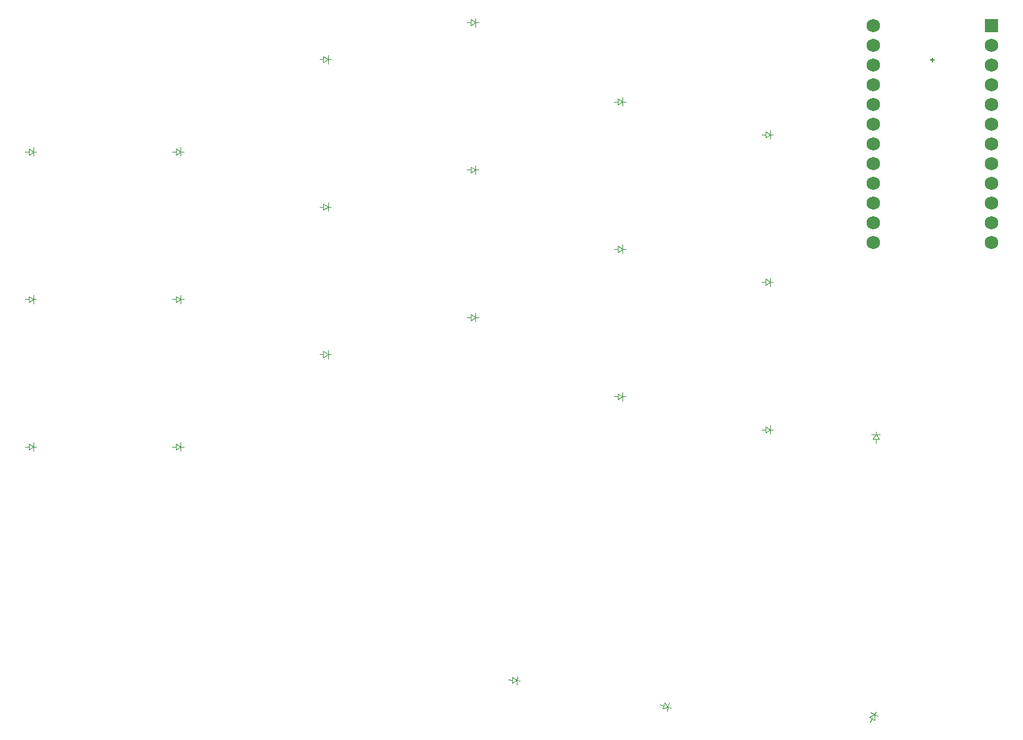
<source format=gbr>
%TF.GenerationSoftware,KiCad,Pcbnew,7.0.10*%
%TF.CreationDate,2024-02-08T10:53:14-05:00*%
%TF.ProjectId,kestrel,6b657374-7265-46c2-9e6b-696361645f70,v1.0.0*%
%TF.SameCoordinates,Original*%
%TF.FileFunction,Legend,Bot*%
%TF.FilePolarity,Positive*%
%FSLAX46Y46*%
G04 Gerber Fmt 4.6, Leading zero omitted, Abs format (unit mm)*
G04 Created by KiCad (PCBNEW 7.0.10) date 2024-02-08 10:53:14*
%MOMM*%
%LPD*%
G01*
G04 APERTURE LIST*
%ADD10C,0.100000*%
%ADD11C,0.150000*%
%ADD12R,1.752600X1.752600*%
%ADD13C,1.752600*%
G04 APERTURE END LIST*
D10*
%TO.C,D13*%
X218338000Y-147976000D02*
X217938000Y-147976000D01*
X217938000Y-147976000D02*
X217938000Y-148526000D01*
X217938000Y-147976000D02*
X217938000Y-147426000D01*
X217938000Y-147976000D02*
X217338000Y-148376000D01*
X217338000Y-148376000D02*
X217338000Y-147576000D01*
X217338000Y-147976000D02*
X216838000Y-147976000D01*
X217338000Y-147576000D02*
X217938000Y-147976000D01*
%TO.C,D14*%
X218338000Y-128976000D02*
X217938000Y-128976000D01*
X217938000Y-128976000D02*
X217938000Y-129526000D01*
X217938000Y-128976000D02*
X217938000Y-128426000D01*
X217938000Y-128976000D02*
X217338000Y-129376000D01*
X217338000Y-129376000D02*
X217338000Y-128576000D01*
X217338000Y-128976000D02*
X216838000Y-128976000D01*
X217338000Y-128576000D02*
X217938000Y-128976000D01*
%TO.C,D19*%
X204686523Y-184576146D02*
X204288045Y-184541284D01*
X204288045Y-184541284D02*
X204240109Y-185089191D01*
X204288045Y-184541284D02*
X204335981Y-183993376D01*
X204288045Y-184541284D02*
X203655466Y-184887468D01*
X203655466Y-184887468D02*
X203725191Y-184090512D01*
X203690328Y-184488990D02*
X203192231Y-184445412D01*
X203725191Y-184090512D02*
X204288045Y-184541284D01*
%TO.C,D7*%
X180338000Y-142536000D02*
X179938000Y-142536000D01*
X179938000Y-142536000D02*
X179938000Y-143086000D01*
X179938000Y-142536000D02*
X179938000Y-141986000D01*
X179938000Y-142536000D02*
X179338000Y-142936000D01*
X179338000Y-142936000D02*
X179338000Y-142136000D01*
X179338000Y-142536000D02*
X178838000Y-142536000D01*
X179338000Y-142136000D02*
X179938000Y-142536000D01*
%TO.C,D18*%
X237338000Y-114226000D02*
X236938000Y-114226000D01*
X236938000Y-114226000D02*
X236938000Y-114776000D01*
X236938000Y-114226000D02*
X236938000Y-113676000D01*
X236938000Y-114226000D02*
X236338000Y-114626000D01*
X236338000Y-114626000D02*
X236338000Y-113826000D01*
X236338000Y-114226000D02*
X235838000Y-114226000D01*
X236338000Y-113826000D02*
X236938000Y-114226000D01*
%TO.C,D8*%
X180338000Y-123536000D02*
X179938000Y-123536000D01*
X179938000Y-123536000D02*
X179938000Y-124086000D01*
X179938000Y-123536000D02*
X179938000Y-122986000D01*
X179938000Y-123536000D02*
X179338000Y-123936000D01*
X179338000Y-123936000D02*
X179338000Y-123136000D01*
X179338000Y-123536000D02*
X178838000Y-123536000D01*
X179338000Y-123136000D02*
X179938000Y-123536000D01*
%TO.C,D17*%
X237338000Y-133226000D02*
X236938000Y-133226000D01*
X236938000Y-133226000D02*
X236938000Y-133776000D01*
X236938000Y-133226000D02*
X236938000Y-132676000D01*
X236938000Y-133226000D02*
X236338000Y-133626000D01*
X236338000Y-133626000D02*
X236338000Y-132826000D01*
X236338000Y-133226000D02*
X235838000Y-133226000D01*
X236338000Y-132826000D02*
X236938000Y-133226000D01*
%TO.C,D2*%
X142338000Y-135436000D02*
X141938000Y-135436000D01*
X141938000Y-135436000D02*
X141938000Y-135986000D01*
X141938000Y-135436000D02*
X141938000Y-134886000D01*
X141938000Y-135436000D02*
X141338000Y-135836000D01*
X141338000Y-135836000D02*
X141338000Y-135036000D01*
X141338000Y-135436000D02*
X140838000Y-135436000D01*
X141338000Y-135036000D02*
X141938000Y-135436000D01*
%TO.C,D4*%
X161338000Y-154436000D02*
X160938000Y-154436000D01*
X160938000Y-154436000D02*
X160938000Y-154986000D01*
X160938000Y-154436000D02*
X160938000Y-153886000D01*
X160938000Y-154436000D02*
X160338000Y-154836000D01*
X160338000Y-154836000D02*
X160338000Y-154036000D01*
X160338000Y-154436000D02*
X159838000Y-154436000D01*
X160338000Y-154036000D02*
X160938000Y-154436000D01*
%TO.C,D5*%
X161338000Y-135436000D02*
X160938000Y-135436000D01*
X160938000Y-135436000D02*
X160938000Y-135986000D01*
X160938000Y-135436000D02*
X160938000Y-134886000D01*
X160938000Y-135436000D02*
X160338000Y-135836000D01*
X160338000Y-135836000D02*
X160338000Y-135036000D01*
X160338000Y-135436000D02*
X159838000Y-135436000D01*
X160338000Y-135036000D02*
X160938000Y-135436000D01*
%TO.C,D3*%
X142338000Y-116436000D02*
X141938000Y-116436000D01*
X141938000Y-116436000D02*
X141938000Y-116986000D01*
X141938000Y-116436000D02*
X141938000Y-115886000D01*
X141938000Y-116436000D02*
X141338000Y-116836000D01*
X141338000Y-116836000D02*
X141338000Y-116036000D01*
X141338000Y-116436000D02*
X140838000Y-116436000D01*
X141338000Y-116036000D02*
X141938000Y-116436000D01*
%TO.C,D11*%
X199338000Y-118776000D02*
X198938000Y-118776000D01*
X198938000Y-118776000D02*
X198938000Y-119326000D01*
X198938000Y-118776000D02*
X198938000Y-118226000D01*
X198938000Y-118776000D02*
X198338000Y-119176000D01*
X198338000Y-119176000D02*
X198338000Y-118376000D01*
X198338000Y-118776000D02*
X197838000Y-118776000D01*
X198338000Y-118376000D02*
X198938000Y-118776000D01*
%TO.C,D10*%
X199338000Y-137776000D02*
X198938000Y-137776000D01*
X198938000Y-137776000D02*
X198938000Y-138326000D01*
X198938000Y-137776000D02*
X198938000Y-137226000D01*
X198938000Y-137776000D02*
X198338000Y-138176000D01*
X198338000Y-138176000D02*
X198338000Y-137376000D01*
X198338000Y-137776000D02*
X197838000Y-137776000D01*
X198338000Y-137376000D02*
X198938000Y-137776000D01*
%TO.C,D20*%
X224177417Y-188057166D02*
X223791047Y-187953639D01*
X223791047Y-187953639D02*
X223648697Y-188484898D01*
X223791047Y-187953639D02*
X223933398Y-187422379D01*
X223791047Y-187953639D02*
X223107964Y-188184718D01*
X223107964Y-188184718D02*
X223315019Y-187411977D01*
X223211492Y-187798347D02*
X222728529Y-187668938D01*
X223315019Y-187411977D02*
X223791047Y-187953639D01*
%TO.C,D1*%
X142338000Y-154436000D02*
X141938000Y-154436000D01*
X141938000Y-154436000D02*
X141938000Y-154986000D01*
X141938000Y-154436000D02*
X141938000Y-153886000D01*
X141938000Y-154436000D02*
X141338000Y-154836000D01*
X141338000Y-154836000D02*
X141338000Y-154036000D01*
X141338000Y-154436000D02*
X140838000Y-154436000D01*
X141338000Y-154036000D02*
X141938000Y-154436000D01*
%TO.C,D6*%
X161338000Y-116436000D02*
X160938000Y-116436000D01*
X160938000Y-116436000D02*
X160938000Y-116986000D01*
X160938000Y-116436000D02*
X160938000Y-115886000D01*
X160938000Y-116436000D02*
X160338000Y-116836000D01*
X160338000Y-116836000D02*
X160338000Y-116036000D01*
X160338000Y-116436000D02*
X159838000Y-116436000D01*
X160338000Y-116036000D02*
X160938000Y-116436000D01*
%TO.C,D15*%
X218338000Y-109976000D02*
X217938000Y-109976000D01*
X217938000Y-109976000D02*
X217938000Y-110526000D01*
X217938000Y-109976000D02*
X217938000Y-109426000D01*
X217938000Y-109976000D02*
X217338000Y-110376000D01*
X217338000Y-110376000D02*
X217338000Y-109576000D01*
X217338000Y-109976000D02*
X216838000Y-109976000D01*
X217338000Y-109576000D02*
X217938000Y-109976000D01*
%TO.C,D16*%
X237338000Y-152226000D02*
X236938000Y-152226000D01*
X236938000Y-152226000D02*
X236938000Y-152776000D01*
X236938000Y-152226000D02*
X236938000Y-151676000D01*
X236938000Y-152226000D02*
X236338000Y-152626000D01*
X236338000Y-152626000D02*
X236338000Y-151826000D01*
X236338000Y-152226000D02*
X235838000Y-152226000D01*
X236338000Y-151826000D02*
X236938000Y-152226000D01*
%TO.C,D12*%
X199338000Y-99776000D02*
X198938000Y-99776000D01*
X198938000Y-99776000D02*
X198938000Y-100326000D01*
X198938000Y-99776000D02*
X198938000Y-99226000D01*
X198938000Y-99776000D02*
X198338000Y-100176000D01*
X198338000Y-100176000D02*
X198338000Y-99376000D01*
X198338000Y-99776000D02*
X197838000Y-99776000D01*
X198338000Y-99376000D02*
X198938000Y-99776000D01*
%TO.C,D21*%
X250571401Y-188580520D02*
X250383612Y-188933699D01*
X250383612Y-188933699D02*
X250869233Y-189191909D01*
X250383612Y-188933699D02*
X249897991Y-188675490D01*
X250383612Y-188933699D02*
X250455108Y-189651257D01*
X250455108Y-189651257D02*
X249748750Y-189275679D01*
X250101929Y-189463468D02*
X249867193Y-189904942D01*
X249748750Y-189275679D02*
X250383612Y-188933699D01*
D11*
%TO.C,JST REV1*%
X257661600Y-104617100D02*
X258161600Y-104617100D01*
X257911600Y-104367100D02*
X257911600Y-104867100D01*
D10*
%TO.C,D9*%
X180338000Y-104536000D02*
X179938000Y-104536000D01*
X179938000Y-104536000D02*
X179938000Y-105086000D01*
X179938000Y-104536000D02*
X179938000Y-103986000D01*
X179938000Y-104536000D02*
X179338000Y-104936000D01*
X179338000Y-104936000D02*
X179338000Y-104136000D01*
X179338000Y-104536000D02*
X178838000Y-104536000D01*
X179338000Y-104136000D02*
X179938000Y-104536000D01*
%TO.C,D22*%
X250588000Y-152476000D02*
X250588000Y-152876000D01*
X250588000Y-152876000D02*
X251138000Y-152876000D01*
X250588000Y-152876000D02*
X250038000Y-152876000D01*
X250588000Y-152876000D02*
X250988000Y-153476000D01*
X250988000Y-153476000D02*
X250188000Y-153476000D01*
X250588000Y-153476000D02*
X250588000Y-153976000D01*
X250188000Y-153476000D02*
X250588000Y-152876000D01*
%TD*%
D12*
%TO.C,MCU1*%
X265531600Y-100228400D03*
D13*
X265531600Y-102768400D03*
X265531600Y-105308400D03*
X265531600Y-107848400D03*
X265531600Y-110388400D03*
X265531600Y-112928400D03*
X265531600Y-115468400D03*
X265531600Y-118008400D03*
X265531600Y-120548400D03*
X265531600Y-123088400D03*
X265531600Y-125628400D03*
X265531600Y-128168400D03*
X250291600Y-100228400D03*
X250291600Y-102768400D03*
X250291600Y-105308400D03*
X250291600Y-107848400D03*
X250291600Y-110388400D03*
X250291600Y-112928400D03*
X250291600Y-115468400D03*
X250291600Y-118008400D03*
X250291600Y-120548400D03*
X250291600Y-123088400D03*
X250291600Y-125628400D03*
X250291600Y-128168400D03*
%TD*%
M02*

</source>
